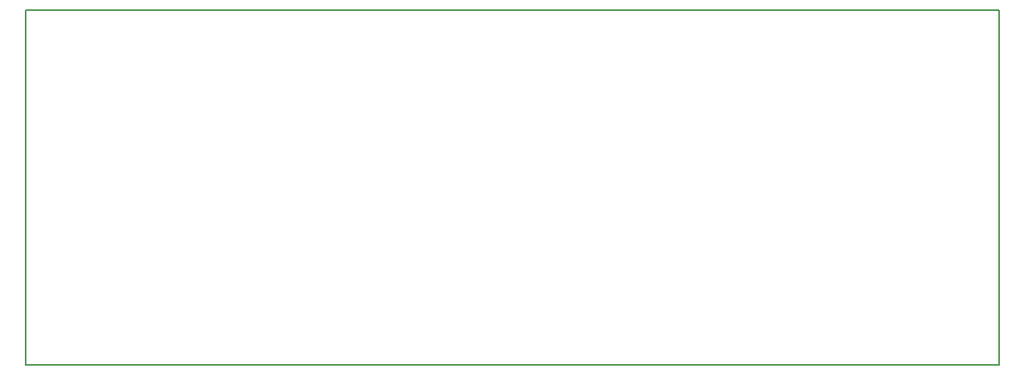
<source format=gbo>
G04 MADE WITH FRITZING*
G04 WWW.FRITZING.ORG*
G04 DOUBLE SIDED*
G04 HOLES PLATED*
G04 CONTOUR ON CENTER OF CONTOUR VECTOR*
%ASAXBY*%
%FSLAX23Y23*%
%MOIN*%
%OFA0B0*%
%SFA1.0B1.0*%
%ADD10R,4.178750X1.529610X4.162750X1.513610*%
%ADD11C,0.008000*%
%LNSILK0*%
G90*
G70*
G54D11*
X4Y1526D02*
X4175Y1526D01*
X4175Y4D01*
X4Y4D01*
X4Y1526D01*
D02*
G04 End of Silk0*
M02*
</source>
